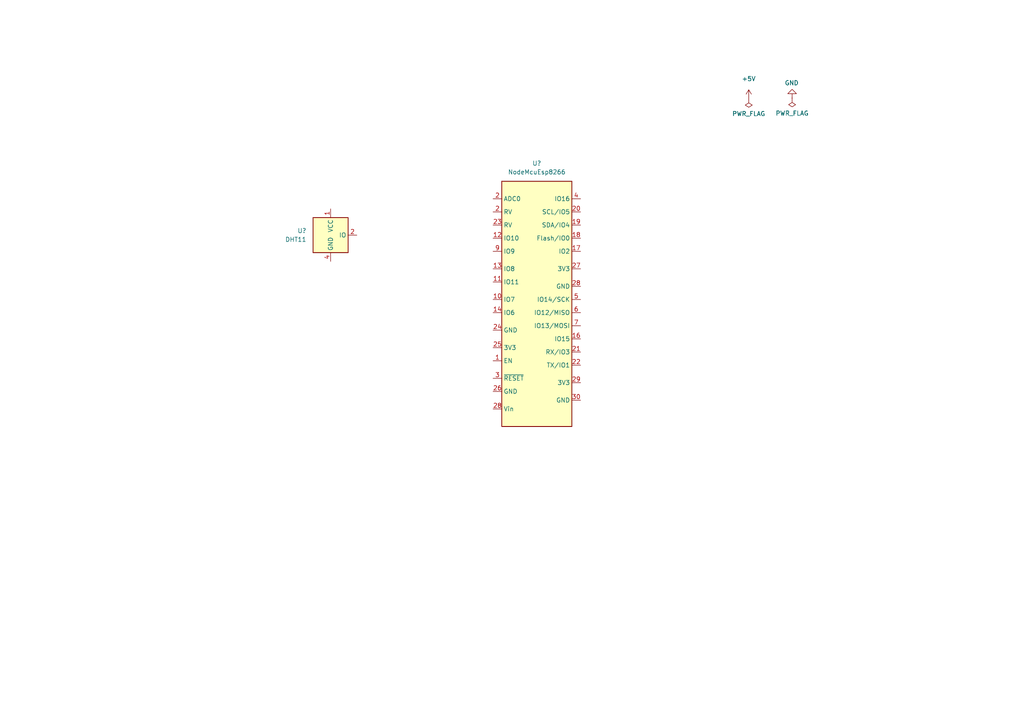
<source format=kicad_sch>
(kicad_sch (version 20211123) (generator eeschema)
  (paper "A4")
  (lib_symbols
    (symbol "ClaseD-rescue:GND-power-ClaseD-rescue" (power) (pin_names (offset 0))
      (property "Value" "GND-power-ClaseD-rescue" (at 0 -3.81 0))
      (symbol "GND-power-ClaseD-rescue_0_1"
        (polyline (pts (xy 0 0) (xy 0 -1.27) (xy 1.27 -1.27) (xy 0 -2.54) (xy -1.27 -1.27) (xy 0 -1.27)))
      )
      (symbol "GND-power-ClaseD-rescue_1_1"
        (pin power_in line (at 0 0 270) (length 0) hide (name "GND") (number "1"))
      )
    )
    (symbol "ClaseD-rescue:PWR_FLAG-power-ClaseD-rescue" (power) (pin_numbers hide) (pin_names (offset 0) hide)
      (property "Value" "PWR_FLAG-power-ClaseD-rescue" (at 0 3.81 0))
      (symbol "PWR_FLAG-power-ClaseD-rescue_0_0"
        (pin power_out line (at 0 0 90) (length 0) (name "pwr") (number "1"))
      )
      (symbol "PWR_FLAG-power-ClaseD-rescue_0_1"
        (polyline (pts (xy 0 0) (xy 0 1.27) (xy -1.016 1.905) (xy 0 2.54) (xy 1.016 1.905) (xy 0 1.27)))
      )
    )
    (symbol "New_Library:NodeMcuEsp8266"
      (property "Reference" "U?" (at -162.56 138.43 0))
      (property "Value" "NodeMcuEsp8266" (at -168.91 134.62 0))
      (symbol "NodeMcuEsp8266_0_1"
        (rectangle (start -171.45 212.09) (end -151.13 140.97) (stroke (width 0.254)) (fill (type background)))
      )
      (symbol "NodeMcuEsp8266_1_1"
        (pin input line (at -173.99 160.02 0) (length 2.54) (name "EN") (number "1"))
        (pin bidirectional line (at -173.99 177.8 0) (length 2.54) (name "IO7") (number "10"))
        (pin bidirectional line (at -173.99 182.88 0) (length 2.54) (name "IO11") (number "11"))
        (pin bidirectional line (at -173.99 195.58 0) (length 2.54) (name "IO10") (number "12"))
        (pin bidirectional line (at -173.99 186.69 0) (length 2.54) (name "IO8") (number "13"))
        (pin bidirectional line (at -173.99 173.99 0) (length 2.54) (name "IO6") (number "14"))
        (pin bidirectional line (at -148.59 166.37 180) (length 2.54) (name "IO15") (number "16"))
        (pin bidirectional line (at -148.59 191.77 180) (length 2.54) (name "IO2") (number "17"))
        (pin bidirectional line (at -148.59 195.58 180) (length 2.54) (name "Flash/IO0") (number "18"))
        (pin bidirectional line (at -148.59 199.39 180) (length 2.54) (name "SDA/IO4") (number "19"))
        (pin bidirectional line (at -173.99 207.01 0) (length 2.54) (name "ADC0") (number "2"))
        (pin bidirectional line (at -173.99 203.2 0) (length 2.54) (name "RV") (number "2"))
        (pin bidirectional line (at -148.59 203.2 180) (length 2.54) (name "SCL/IO5") (number "20"))
        (pin bidirectional line (at -148.59 162.56 180) (length 2.54) (name "RX/IO3") (number "21"))
        (pin bidirectional line (at -148.59 158.75 180) (length 2.54) (name "TX/IO1") (number "22"))
        (pin bidirectional line (at -173.99 199.39 0) (length 2.54) (name "RV") (number "23"))
        (pin power_in line (at -173.99 168.91 0) (length 2.54) (name "GND") (number "24"))
        (pin power_in line (at -173.99 163.83 0) (length 2.54) (name "3V3") (number "25"))
        (pin power_in line (at -173.99 151.13 0) (length 2.54) (name "GND") (number "26"))
        (pin power_in line (at -148.59 186.69 180) (length 2.54) (name "3V3") (number "27"))
        (pin power_in line (at -148.59 181.61 180) (length 2.54) (name "GND") (number "28"))
        (pin power_in line (at -173.99 146.05 0) (length 2.54) (name "Vin") (number "28"))
        (pin power_in line (at -148.59 153.67 180) (length 2.54) (name "3V3") (number "29"))
        (pin input line (at -173.99 154.94 0) (length 2.54) (name "~{RESET}") (number "3"))
        (pin power_in line (at -148.59 148.59 180) (length 2.54) (name "GND") (number "30"))
        (pin bidirectional line (at -148.59 207.01 180) (length 2.54) (name "IO16") (number "4"))
        (pin bidirectional line (at -148.59 177.8 180) (length 2.54) (name "IO14/SCK") (number "5"))
        (pin bidirectional line (at -148.59 173.99 180) (length 2.54) (name "IO12/MISO") (number "6"))
        (pin bidirectional line (at -148.59 170.18 180) (length 2.54) (name "IO13/MOSI") (number "7"))
        (pin bidirectional line (at -173.99 191.77 0) (length 2.54) (name "IO9") (number "9"))
      )
    )
    (symbol "Sensor:DHT11"
      (property "Reference" "U" (at -3.81 6.35 0))
      (property "Value" "DHT11" (at 3.81 6.35 0))
      (symbol "DHT11_0_1"
        (rectangle (start -5.08 5.08) (end 5.08 -5.08) (stroke (width 0.254)) (fill (type background)))
      )
      (symbol "DHT11_1_1"
        (pin power_in line (at 0 7.62 270) (length 2.54) (name "VCC") (number "1"))
        (pin bidirectional line (at 7.62 0 180) (length 2.54) (name "IO") (number "2"))
        (pin no_connect line (at -5.08 0 0) (length 2.54) hide (name "NC") (number "3"))
        (pin power_in line (at 0 -7.62 90) (length 2.54) (name "GND") (number "4"))
      )
    )
    (symbol "power:+5V" (power) (pin_names (offset 0))
      (property "Value" "+5V" (at 0 3.556 0))
      (symbol "+5V_0_1"
        (polyline (pts (xy -0.762 1.27) (xy 0 2.54)))
        (polyline (pts (xy 0 0) (xy 0 2.54)))
        (polyline (pts (xy 0 2.54) (xy 0.762 1.27)))
      )
      (symbol "+5V_1_1"
        (pin power_in line (at 0 0 90) (length 0) hide (name "+5V") (number "1"))
      )
    )
  )
  (symbol (lib_id "ClaseD-rescue:PWR_FLAG-power-ClaseD-rescue") (at 229.743 28.448 180) (unit 1)
    (property "Reference" "#FLG?" (effects hide))
    (property "Value" "PWR_FLAG" (at 229.743 32.8676 0))
  )
  (symbol (lib_id "ClaseD-rescue:PWR_FLAG-power-ClaseD-rescue") (at 217.17 28.575 180) (unit 1)
    (property "Reference" "#FLG?" (effects hide))
    (property "Value" "PWR_FLAG" (at 217.17 32.9946 0))
  )
  (symbol (lib_id "power:+5V") (at 217.17 28.575 0) (unit 1)
    (property "Reference" "#PWR?" (effects hide))
    (property "Value" "+5V" (at 217.17 22.86 0))
  )
  (symbol (lib_id "New_Library:NodeMcuEsp8266") (at 316.992 264.668 0) (unit 1)
    (property "Reference" "U?" (at 155.702 47.371 0))
    (property "Value" "NodeMcuEsp8266" (at 155.702 49.911 0))
    (property "Footprint" "Module:Adafruit_Feather_32u4_FONA" (effects hide))
  )
  (symbol (lib_id "Sensor:DHT11") (at 95.885 68.199 0) (unit 1)
    (property "Reference" "U?" (at 88.9 66.9289 0) (effects (justify right)))
    (property "Value" "DHT11" (at 88.9 69.4689 0) (effects (justify right)))
    (property "Footprint" "Sensor:Aosong_DHT11_5.5x12.0_P2.54mm" (effects hide))
    (property "Datasheet" "http://akizukidenshi.com/download/ds/aosong/DHT11.pdf" (effects hide))
  )
  (symbol (lib_id "ClaseD-rescue:GND-power-ClaseD-rescue") (at 229.743 28.448 180) (unit 1)
    (property "Reference" "#PWR?" (effects hide))
    (property "Value" "GND" (at 229.616 24.0538 0))
  )
)
</source>
